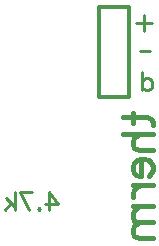
<source format=gbo>
G04 DipTrace 3.1.0.1*
G04 Controller.GBO*
%MOMM*%
G04 #@! TF.FileFunction,Legend,Bot*
G04 #@! TF.Part,Single*
%ADD15C,0.3*%
%ADD32C,0.23529*%
%ADD35C,0.39216*%
%FSLAX35Y35*%
G04*
G71*
G90*
G75*
G01*
G04 BotSilk*
%LPD*%
X8181793Y3283167D2*
D15*
X8435793D1*
Y2521167D1*
X8181793D1*
Y3283167D1*
X7762540Y1566108D2*
D32*
Y1719071D1*
X7835484Y1617152D1*
X7726153D1*
X7671850Y1580765D2*
X7679094Y1573352D1*
X7671850Y1566108D1*
X7664438Y1573352D1*
X7671850Y1580765D1*
X7588235Y1566108D2*
X7515291Y1719071D1*
X7617379D1*
X7468232Y1719240D2*
Y1566108D1*
X7395289Y1668196D2*
X7468232Y1595252D1*
X7439089Y1624396D2*
X7388045Y1566108D1*
X8564995Y3216332D2*
Y3085101D1*
X8630526Y3150632D2*
X8499295D1*
X8615275Y2912590D2*
X8531045D1*
X8546918Y2735240D2*
Y2582108D1*
Y2662296D2*
X8561406Y2676952D1*
X8576062Y2684196D1*
X8597962D1*
X8612450Y2676952D1*
X8627106Y2662296D1*
X8634350Y2640396D1*
Y2625908D1*
X8627106Y2604008D1*
X8612450Y2589521D1*
X8597962Y2582108D1*
X8576062D1*
X8561406Y2589521D1*
X8546918Y2604008D1*
X8383844Y2350488D2*
D35*
X8590490D1*
X8626709Y2338415D1*
X8639063Y2313988D1*
Y2289842D1*
X8468917Y2386988D2*
Y2301915D1*
X8383844Y2211411D2*
X8639063D1*
X8517490D2*
X8480990Y2174911D1*
X8468917Y2150484D1*
Y2113984D1*
X8480990Y2089838D1*
X8517490Y2077765D1*
X8639063D1*
X8541917Y1999333D2*
Y1853614D1*
X8517490D1*
X8493063Y1865687D1*
X8480990Y1877760D1*
X8468917Y1902187D1*
Y1938687D1*
X8480990Y1962833D1*
X8505417Y1987260D1*
X8541917Y1999333D1*
X8566063D1*
X8602563Y1987260D1*
X8626709Y1962833D1*
X8639063Y1938687D1*
Y1902187D1*
X8626709Y1877760D1*
X8602563Y1853614D1*
X8468917Y1775183D2*
X8639063D1*
X8541917D2*
X8505417Y1762829D1*
X8480990Y1738683D1*
X8468917Y1714256D1*
Y1677756D1*
Y1599324D2*
X8639063D1*
X8517490D2*
X8480990Y1562824D1*
X8468917Y1538398D1*
Y1502178D1*
X8480990Y1477751D1*
X8517490Y1465678D1*
X8639063D1*
X8517490D2*
X8480990Y1429178D1*
X8468917Y1404751D1*
Y1368532D1*
X8480990Y1344105D1*
X8517490Y1331752D1*
X8639063D1*
M02*

</source>
